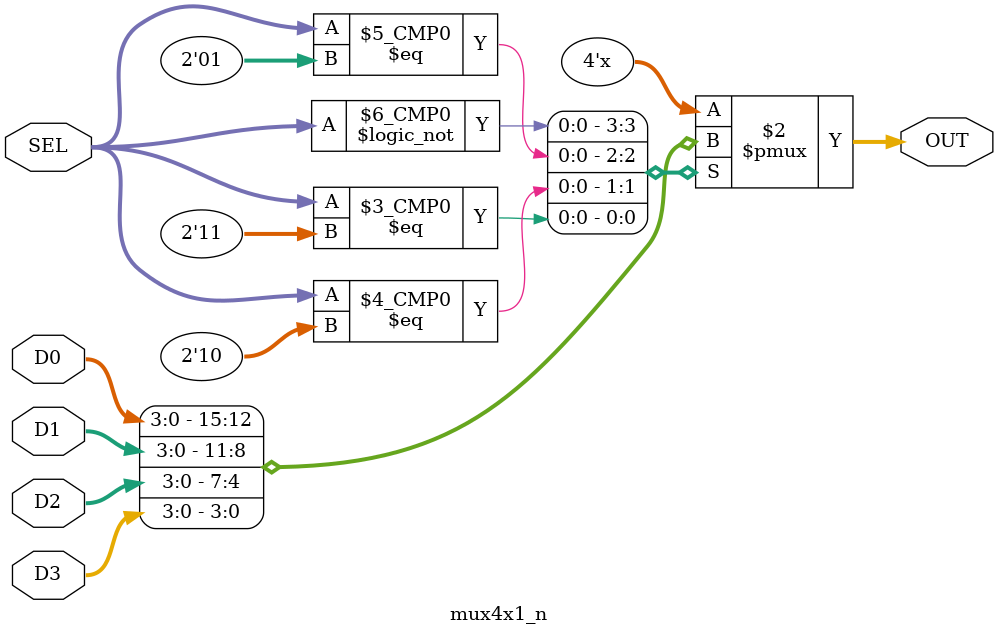
<source format=v>
/*------------------------------------------------------------------------
 * Arquivo   : mux2x1_n.v
 * Projeto   : Jogo do Desafio da Memoria
 *------------------------------------------------------------------------
 * Descricao : multiplexador 2x1 com entradas de n bits (parametrizado) 
 * 
 * adaptado a partir do codigo my_4t1_mux.vhd do livro "Free Range VHDL"
 * 
 * exemplo de uso: ver testbench mux2x1_n_tb.v
 *------------------------------------------------------------------------
 * Revisoes  :
 *     Data        Versao  Autor             Descricao
 *     15/02/2024  1.0     Edson Midorikawa  criacao
 *------------------------------------------------------------------------
 */

module mux4x1_n #(
    parameter BITS = 4
) (
    input      [BITS-1:0] D0,
    input      [BITS-1:0] D1,
    input      [BITS-1:0] D2,
    input      [BITS-1:0] D3,
    input      [1:0]      SEL,
    output reg [BITS-1:0] OUT
);

always @(*) begin
    case (SEL)
        2'b00:    OUT = D0;
        2'b01:    OUT = D1;
        2'b10:    OUT = D2;
        2'b11:    OUT = D3;
        default: OUT = {BITS{2'b11}};
    endcase
end

endmodule

</source>
